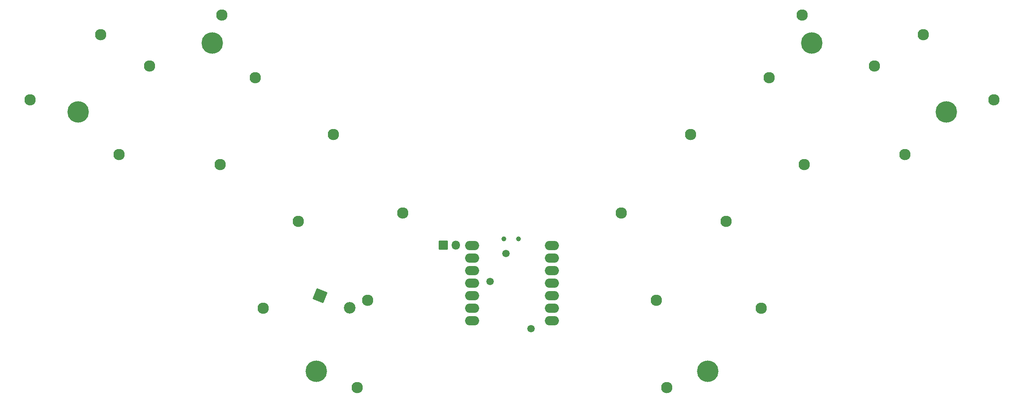
<source format=gbr>
%TF.GenerationSoftware,KiCad,Pcbnew,8.0.9-1.fc41*%
%TF.CreationDate,2025-03-09T10:33:46+11:00*%
%TF.ProjectId,katori,6b61746f-7269-42e6-9b69-6361645f7063,0.2*%
%TF.SameCoordinates,Original*%
%TF.FileFunction,Soldermask,Top*%
%TF.FilePolarity,Negative*%
%FSLAX46Y46*%
G04 Gerber Fmt 4.6, Leading zero omitted, Abs format (unit mm)*
G04 Created by KiCad (PCBNEW 8.0.9-1.fc41) date 2025-03-09 10:33:46*
%MOMM*%
%LPD*%
G01*
G04 APERTURE LIST*
G04 Aperture macros list*
%AMRoundRect*
0 Rectangle with rounded corners*
0 $1 Rounding radius*
0 $2 $3 $4 $5 $6 $7 $8 $9 X,Y pos of 4 corners*
0 Add a 4 corners polygon primitive as box body*
4,1,4,$2,$3,$4,$5,$6,$7,$8,$9,$2,$3,0*
0 Add four circle primitives for the rounded corners*
1,1,$1+$1,$2,$3*
1,1,$1+$1,$4,$5*
1,1,$1+$1,$6,$7*
1,1,$1+$1,$8,$9*
0 Add four rect primitives between the rounded corners*
20,1,$1+$1,$2,$3,$4,$5,0*
20,1,$1+$1,$4,$5,$6,$7,0*
20,1,$1+$1,$6,$7,$8,$9,0*
20,1,$1+$1,$8,$9,$2,$3,0*%
G04 Aperture macros list end*
%ADD10C,2.300000*%
%ADD11O,2.850000X1.900000*%
%ADD12C,1.497000*%
%ADD13RoundRect,0.050000X0.621649X-1.464514X1.464514X0.621649X-0.621649X1.464514X-1.464514X-0.621649X0*%
%ADD14C,2.350000*%
%ADD15RoundRect,0.050000X0.850000X-0.850000X0.850000X0.850000X-0.850000X0.850000X-0.850000X-0.850000X0*%
%ADD16O,1.800000X1.800000*%
%ADD17C,4.350000*%
%ADD18C,1.000000*%
G04 APERTURE END LIST*
D10*
%TO.C,PH6*%
X122466201Y-85870861D03*
%TD*%
%TO.C,PH19*%
X238334691Y-89913581D03*
%TD*%
%TO.C,PH22*%
X242069109Y-65619559D03*
%TD*%
%TO.C,PH9*%
X136523935Y-101796626D03*
%TD*%
%TO.C,PH1*%
X61011375Y-78837366D03*
%TD*%
D11*
%TO.C,U1*%
X150594381Y-108358375D03*
X150594374Y-110898380D03*
X150594379Y-113438370D03*
X150594372Y-115978375D03*
X150594377Y-118518390D03*
X150594379Y-121058373D03*
X150594380Y-123598378D03*
X166784383Y-123598379D03*
X166784390Y-121058374D03*
X166784385Y-118518384D03*
X166784392Y-115978379D03*
X166784387Y-113438364D03*
X166784385Y-110898381D03*
X166784384Y-108358376D03*
D12*
X157412889Y-109952873D03*
X154244382Y-115661373D03*
X162499386Y-125186369D03*
%TD*%
D10*
%TO.C,PH18*%
X232148896Y-71948734D03*
%TD*%
%TO.C,PH7*%
X115348688Y-103487348D03*
%TD*%
%TO.C,PH3*%
X79044035Y-89913571D03*
%TD*%
%TO.C,PH24*%
X217500218Y-61657196D03*
%TD*%
%TO.C,PH2*%
X85229833Y-71948715D03*
%TD*%
%TO.C,PH28*%
X190030135Y-137186411D03*
%TD*%
%TO.C,PH16*%
X210749638Y-74349196D03*
%TD*%
%TO.C,PH11*%
X180854781Y-101796606D03*
%TD*%
%TO.C,PH21*%
X75309613Y-65619564D03*
%TD*%
D13*
%TO.C,RESET1*%
X119765832Y-118551822D03*
D14*
X125792527Y-120986764D03*
%TD*%
D10*
%TO.C,PH13*%
X194912527Y-85870866D03*
%TD*%
%TO.C,PH27*%
X127348565Y-137186441D03*
%TD*%
%TO.C,PH10*%
X129406436Y-119413118D03*
%TD*%
%TO.C,PH20*%
X256367357Y-78837368D03*
%TD*%
%TO.C,PH23*%
X99878510Y-61657171D03*
%TD*%
%TO.C,PH14*%
X202030034Y-103487354D03*
%TD*%
%TO.C,PH12*%
X187972294Y-119413105D03*
%TD*%
%TO.C,PH8*%
X108231164Y-121103828D03*
%TD*%
%TO.C,PH4*%
X106629100Y-74349191D03*
%TD*%
%TO.C,PH17*%
X217867145Y-91965718D03*
%TD*%
D15*
%TO.C,J2*%
X144770941Y-108269288D03*
D16*
X147310951Y-108269288D03*
%TD*%
D10*
%TO.C,PH5*%
X99511570Y-91965701D03*
%TD*%
%TO.C,PH15*%
X209147535Y-121103847D03*
%TD*%
D17*
%TO.C,H6*%
X198374790Y-133814955D03*
%TD*%
%TO.C,H2*%
X219453626Y-67330303D03*
%TD*%
%TO.C,H1*%
X97925099Y-67330292D03*
%TD*%
D18*
%TO.C,SW31*%
X157021893Y-106993857D03*
X160021891Y-106993859D03*
%TD*%
D17*
%TO.C,H3*%
X70714333Y-81256592D03*
%TD*%
%TO.C,H4*%
X246664403Y-81256588D03*
%TD*%
%TO.C,H5*%
X119003918Y-133814978D03*
%TD*%
M02*

</source>
